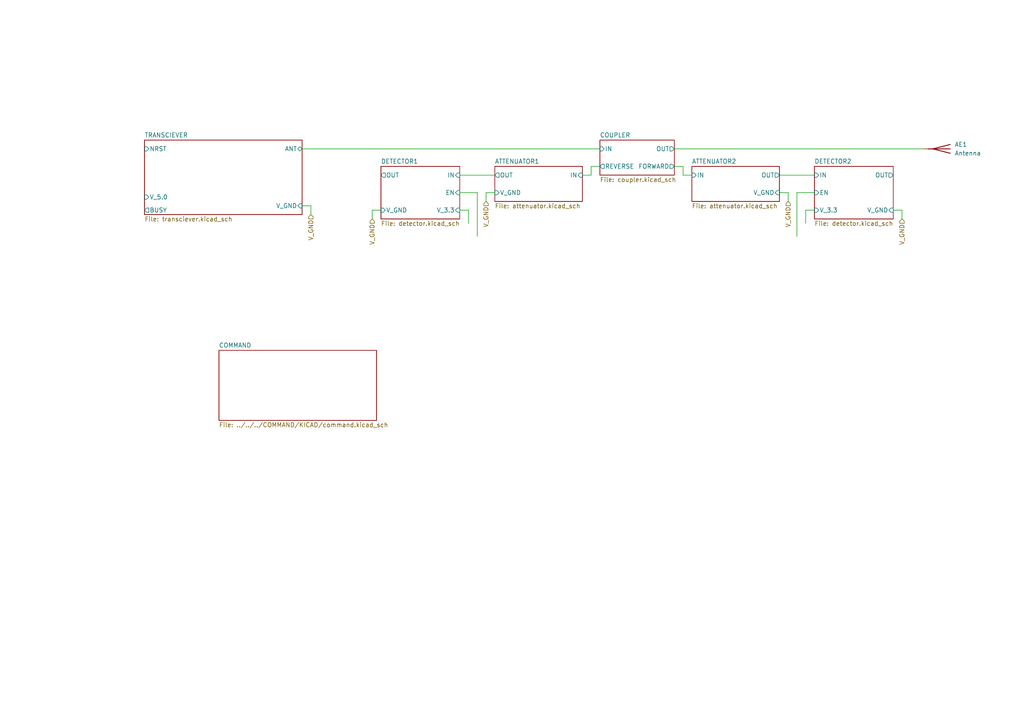
<source format=kicad_sch>
(kicad_sch (version 20231120) (generator "eeschema") (generator_version "8.0")
  (paper "A4")
  (lib_symbols
    (symbol "Device:Antenna" (pin_numbers hide) (pin_names (offset 1.016) hide)
      (property "Reference" "AE" (at -1.905 1.905 0))
      (property "Value" "Antenna" (at -1.905 0 0))
      (symbol "Antenna_0_1"
        (polyline (pts (xy 0 2.54) (xy 0 -3.81)) (stroke (width 0.254)))
        (polyline (pts (xy 1.27 2.54) (xy 0 -2.54) (xy -1.27 2.54)) (stroke (width 0.254)))
      )
      (symbol "Antenna_1_1"
        (pin input line (at 0 -5.08 90) (length 2.54) (name "A") (number "1"))
      )
    )
  )
  (wire (pts (xy 110.49 60.96) (xy 107.95 60.96)))
  (wire (pts (xy 133.35 50.8) (xy 143.51 50.8)))
  (wire (pts (xy 90.17 62.23) (xy 90.17 59.69)))
  (wire (pts (xy 259.08 60.96) (xy 261.62 60.96)))
  (wire (pts (xy 138.43 55.88) (xy 138.43 68.58)))
  (wire (pts (xy 87.63 43.18) (xy 173.99 43.18)))
  (wire (pts (xy 226.06 55.88) (xy 228.6 55.88)))
  (wire (pts (xy 198.12 50.8) (xy 198.12 48.26)))
  (wire (pts (xy 168.91 50.8) (xy 171.45 50.8)))
  (wire (pts (xy 195.58 43.18) (xy 267.97 43.18)))
  (wire (pts (xy 107.95 63.5) (xy 107.95 60.96)))
  (wire (pts (xy 133.35 55.88) (xy 138.43 55.88)))
  (wire (pts (xy 171.45 50.8) (xy 171.45 48.26)))
  (wire (pts (xy 135.89 60.96) (xy 135.89 64.77)))
  (wire (pts (xy 87.63 59.69) (xy 90.17 59.69)))
  (wire (pts (xy 171.45 48.26) (xy 173.99 48.26)))
  (wire (pts (xy 236.22 50.8) (xy 226.06 50.8)))
  (wire (pts (xy 236.22 60.96) (xy 233.68 60.96)))
  (wire (pts (xy 261.62 63.5) (xy 261.62 60.96)))
  (wire (pts (xy 233.68 60.96) (xy 233.68 64.77)))
  (wire (pts (xy 200.66 50.8) (xy 198.12 50.8)))
  (wire (pts (xy 140.97 58.42) (xy 140.97 55.88)))
  (wire (pts (xy 228.6 58.42) (xy 228.6 55.88)))
  (wire (pts (xy 133.35 60.96) (xy 135.89 60.96)))
  (wire (pts (xy 231.14 55.88) (xy 231.14 68.58)))
  (wire (pts (xy 143.51 55.88) (xy 140.97 55.88)))
  (wire (pts (xy 195.58 48.26) (xy 198.12 48.26)))
  (wire (pts (xy 236.22 55.88) (xy 231.14 55.88)))
  (hierarchical_label "V_GND" (shape input) (at 107.95 63.5 270))
  (hierarchical_label "V_GND" (shape input) (at 140.97 58.42 270))
  (hierarchical_label "V_GND" (shape input) (at 90.17 62.23 270))
  (hierarchical_label "V_GND" (shape input) (at 261.62 63.5 270))
  (hierarchical_label "V_GND" (shape input) (at 228.6 58.42 270))
  (symbol (lib_id "Device:Antenna") (at 273.05 43.18 270) (unit 1)
    (property "Reference" "AE1" (at 276.86 41.9099 90) (effects (justify left)))
    (property "Value" "Antenna" (at 276.86 44.4499 90) (effects (justify left)))
    (property "Description" "Antenna" (effects (hide yes)))
  )
  (sheet (at 200.66 48.26) (size 25.4 10.16) (stroke (width 0.1524))
    (property "Sheetname" "ATTENUATOR2" (at 200.66 47.5484 0) (effects (justify left bottom)))
    (property "Sheetfile" "attenuator.kicad_sch" (at 200.66 59.0046 0) (effects (justify left top)))
    (pin "V_GND" input (at 226.06 55.88 0))
    (pin "IN" input (at 200.66 50.8 180))
    (pin "OUT" output (at 226.06 50.8 0))
  )
  (sheet (at 143.51 48.26) (size 25.4 10.16) (stroke (width 0.1524))
    (property "Sheetname" "ATTENUATOR1" (at 143.51 47.5484 0) (effects (justify left bottom)))
    (property "Sheetfile" "attenuator.kicad_sch" (at 143.51 59.0046 0) (effects (justify left top)))
    (pin "V_GND" input (at 143.51 55.88 180))
    (pin "IN" input (at 168.91 50.8 0))
    (pin "OUT" output (at 143.51 50.8 180))
  )
  (sheet (at 110.49 48.26) (size 22.86 15.24) (stroke (width 0.1524))
    (property "Sheetname" "DETECTOR1" (at 110.49 47.5484 0) (effects (justify left bottom)))
    (property "Sheetfile" "detector.kicad_sch" (at 110.49 64.0846 0) (effects (justify left top)))
    (pin "V_GND" input (at 110.49 60.96 180))
    (pin "OUT" output (at 110.49 50.8 180))
    (pin "EN" input (at 133.35 55.88 0))
    (pin "IN" input (at 133.35 50.8 0))
    (pin "V_3.3" input (at 133.35 60.96 0))
  )
  (sheet (at 236.22 48.26) (size 22.86 15.24) (stroke (width 0.1524))
    (property "Sheetname" "DETECTOR2" (at 236.22 47.5484 0) (effects (justify left bottom)))
    (property "Sheetfile" "detector.kicad_sch" (at 236.22 64.0846 0) (effects (justify left top)))
    (pin "V_GND" input (at 259.08 60.96 0))
    (pin "OUT" output (at 259.08 50.8 0))
    (pin "EN" input (at 236.22 55.88 180))
    (pin "IN" input (at 236.22 50.8 180))
    (pin "V_3.3" input (at 236.22 60.96 180))
  )
  (sheet (at 63.5 101.6) (size 45.72 20.32) (stroke (width 0.1524))
    (property "Sheetname" "COMMAND" (at 63.5 100.8884 0) (effects (justify left bottom)))
    (property "Sheetfile" "../../../COMMAND/KICAD/command.kicad_sch" (at 63.5 122.5046 0) (effects (justify left top)))
  )
  (sheet (at 173.99 40.64) (size 21.59 10.16) (stroke (width 0.1524))
    (property "Sheetname" "COUPLER" (at 173.99 39.9284 0) (effects (justify left bottom)))
    (property "Sheetfile" "coupler.kicad_sch" (at 173.99 51.3846 0) (effects (justify left top)))
    (pin "IN" input (at 173.99 43.18 180))
    (pin "REVERSE" output (at 173.99 48.26 180))
    (pin "FORWARD" output (at 195.58 48.26 0))
    (pin "OUT" output (at 195.58 43.18 0))
  )
  (sheet (at 41.91 40.64) (size 45.72 21.59) (stroke (width 0.1524))
    (property "Sheetname" "TRANSCIEVER" (at 41.91 39.9284 0) (effects (justify left bottom)))
    (property "Sheetfile" "transciever.kicad_sch" (at 41.91 62.8146 0) (effects (justify left top)))
    (pin "NRST" input (at 41.91 43.18 180))
    (pin "BUSY" output (at 41.91 60.96 180))
    (pin "V_5.0" input (at 41.91 57.15 180))
    (pin "V_GND" input (at 87.63 59.69 0))
    (pin "ANT" bidirectional (at 87.63 43.18 0))
  )
)
</source>
